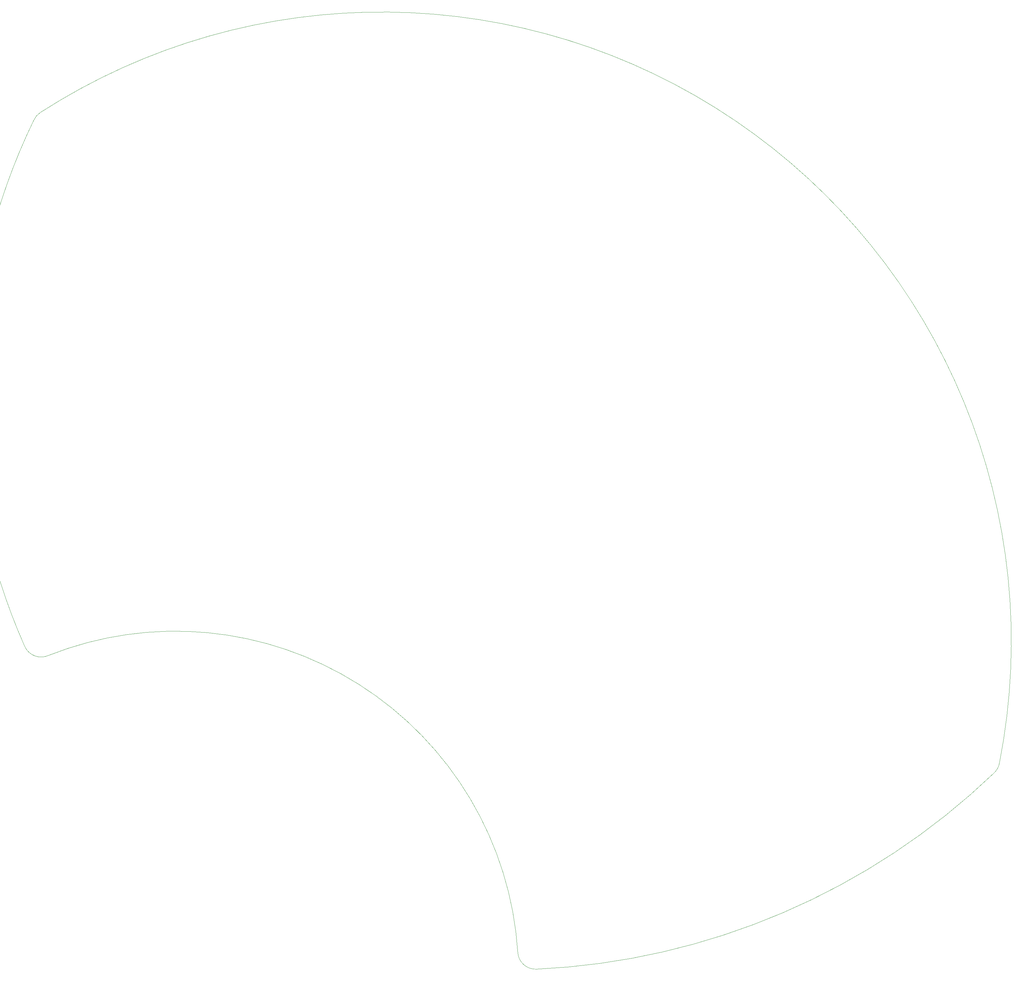
<source format=gbr>
G04 #@! TF.GenerationSoftware,KiCad,Pcbnew,(5.1.5)-3*
G04 #@! TF.CreationDate,2020-02-27T20:15:18+09:00*
G04 #@! TF.ProjectId,fan,66616e2e-6b69-4636-9164-5f7063625858,rev?*
G04 #@! TF.SameCoordinates,Original*
G04 #@! TF.FileFunction,Profile,NP*
%FSLAX46Y46*%
G04 Gerber Fmt 4.6, Leading zero omitted, Abs format (unit mm)*
G04 Created by KiCad (PCBNEW (5.1.5)-3) date 2020-02-27 20:15:18*
%MOMM*%
%LPD*%
G04 APERTURE LIST*
%ADD10C,0.100000*%
G04 APERTURE END LIST*
D10*
X352227081Y-272920392D02*
G75*
G02X350645390Y-275904137I-4952229J714088D01*
G01*
X222774341Y-330739993D02*
G75*
G02X217509994Y-325977115I-264827J4998036D01*
G01*
X86347664Y-242950617D02*
G75*
G02X79593611Y-240348102I-2123594J4554168D01*
G01*
X82089037Y-93417602D02*
G75*
G02X84016574Y-91075508I4645211J-1858770D01*
G01*
X350645389Y-275904136D02*
G75*
G02X222774341Y-330739993I-136895809J142717248D01*
G01*
X79593611Y-240348102D02*
G75*
G02X82089037Y-93417603I159746174J70773357D01*
G01*
X84016573Y-91075509D02*
G75*
G02X352227082Y-272920391I95417971J-147983909D01*
G01*
X86347347Y-242949934D02*
G75*
G02X217509994Y-325977115I35398196J-89195553D01*
G01*
M02*

</source>
